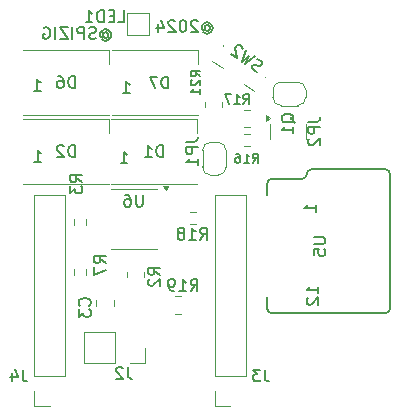
<source format=gbr>
%TF.GenerationSoftware,KiCad,Pcbnew,8.0.1*%
%TF.CreationDate,2024-04-01T21:43:51+02:00*%
%TF.ProjectId,SenseLoraCAM,53656e73-654c-46f7-9261-43414d2e6b69,rev?*%
%TF.SameCoordinates,Original*%
%TF.FileFunction,Legend,Bot*%
%TF.FilePolarity,Positive*%
%FSLAX46Y46*%
G04 Gerber Fmt 4.6, Leading zero omitted, Abs format (unit mm)*
G04 Created by KiCad (PCBNEW 8.0.1) date 2024-04-01 21:43:51*
%MOMM*%
%LPD*%
G01*
G04 APERTURE LIST*
%ADD10C,0.150000*%
%ADD11C,0.120000*%
G04 APERTURE END LIST*
D10*
X120044173Y-63393628D02*
X120091792Y-63346009D01*
X120091792Y-63346009D02*
X120187030Y-63298390D01*
X120187030Y-63298390D02*
X120282268Y-63298390D01*
X120282268Y-63298390D02*
X120377506Y-63346009D01*
X120377506Y-63346009D02*
X120425125Y-63393628D01*
X120425125Y-63393628D02*
X120472744Y-63488866D01*
X120472744Y-63488866D02*
X120472744Y-63584104D01*
X120472744Y-63584104D02*
X120425125Y-63679342D01*
X120425125Y-63679342D02*
X120377506Y-63726961D01*
X120377506Y-63726961D02*
X120282268Y-63774580D01*
X120282268Y-63774580D02*
X120187030Y-63774580D01*
X120187030Y-63774580D02*
X120091792Y-63726961D01*
X120091792Y-63726961D02*
X120044173Y-63679342D01*
X120044173Y-63298390D02*
X120044173Y-63679342D01*
X120044173Y-63679342D02*
X119996554Y-63726961D01*
X119996554Y-63726961D02*
X119948935Y-63726961D01*
X119948935Y-63726961D02*
X119853696Y-63679342D01*
X119853696Y-63679342D02*
X119806077Y-63584104D01*
X119806077Y-63584104D02*
X119806077Y-63346009D01*
X119806077Y-63346009D02*
X119901316Y-63203152D01*
X119901316Y-63203152D02*
X120044173Y-63107914D01*
X120044173Y-63107914D02*
X120234649Y-63060295D01*
X120234649Y-63060295D02*
X120425125Y-63107914D01*
X120425125Y-63107914D02*
X120567982Y-63203152D01*
X120567982Y-63203152D02*
X120663220Y-63346009D01*
X120663220Y-63346009D02*
X120710839Y-63536485D01*
X120710839Y-63536485D02*
X120663220Y-63726961D01*
X120663220Y-63726961D02*
X120567982Y-63869819D01*
X120567982Y-63869819D02*
X120425125Y-63965057D01*
X120425125Y-63965057D02*
X120234649Y-64012676D01*
X120234649Y-64012676D02*
X120044173Y-63965057D01*
X120044173Y-63965057D02*
X119901316Y-63869819D01*
X119425125Y-62965057D02*
X119377506Y-62917438D01*
X119377506Y-62917438D02*
X119282268Y-62869819D01*
X119282268Y-62869819D02*
X119044173Y-62869819D01*
X119044173Y-62869819D02*
X118948935Y-62917438D01*
X118948935Y-62917438D02*
X118901316Y-62965057D01*
X118901316Y-62965057D02*
X118853697Y-63060295D01*
X118853697Y-63060295D02*
X118853697Y-63155533D01*
X118853697Y-63155533D02*
X118901316Y-63298390D01*
X118901316Y-63298390D02*
X119472744Y-63869819D01*
X119472744Y-63869819D02*
X118853697Y-63869819D01*
X118234649Y-62869819D02*
X118139411Y-62869819D01*
X118139411Y-62869819D02*
X118044173Y-62917438D01*
X118044173Y-62917438D02*
X117996554Y-62965057D01*
X117996554Y-62965057D02*
X117948935Y-63060295D01*
X117948935Y-63060295D02*
X117901316Y-63250771D01*
X117901316Y-63250771D02*
X117901316Y-63488866D01*
X117901316Y-63488866D02*
X117948935Y-63679342D01*
X117948935Y-63679342D02*
X117996554Y-63774580D01*
X117996554Y-63774580D02*
X118044173Y-63822200D01*
X118044173Y-63822200D02*
X118139411Y-63869819D01*
X118139411Y-63869819D02*
X118234649Y-63869819D01*
X118234649Y-63869819D02*
X118329887Y-63822200D01*
X118329887Y-63822200D02*
X118377506Y-63774580D01*
X118377506Y-63774580D02*
X118425125Y-63679342D01*
X118425125Y-63679342D02*
X118472744Y-63488866D01*
X118472744Y-63488866D02*
X118472744Y-63250771D01*
X118472744Y-63250771D02*
X118425125Y-63060295D01*
X118425125Y-63060295D02*
X118377506Y-62965057D01*
X118377506Y-62965057D02*
X118329887Y-62917438D01*
X118329887Y-62917438D02*
X118234649Y-62869819D01*
X117520363Y-62965057D02*
X117472744Y-62917438D01*
X117472744Y-62917438D02*
X117377506Y-62869819D01*
X117377506Y-62869819D02*
X117139411Y-62869819D01*
X117139411Y-62869819D02*
X117044173Y-62917438D01*
X117044173Y-62917438D02*
X116996554Y-62965057D01*
X116996554Y-62965057D02*
X116948935Y-63060295D01*
X116948935Y-63060295D02*
X116948935Y-63155533D01*
X116948935Y-63155533D02*
X116996554Y-63298390D01*
X116996554Y-63298390D02*
X117567982Y-63869819D01*
X117567982Y-63869819D02*
X116948935Y-63869819D01*
X116091792Y-63203152D02*
X116091792Y-63869819D01*
X116329887Y-62822200D02*
X116567982Y-63536485D01*
X116567982Y-63536485D02*
X115948935Y-63536485D01*
X111444173Y-63993628D02*
X111491792Y-63946009D01*
X111491792Y-63946009D02*
X111587030Y-63898390D01*
X111587030Y-63898390D02*
X111682268Y-63898390D01*
X111682268Y-63898390D02*
X111777506Y-63946009D01*
X111777506Y-63946009D02*
X111825125Y-63993628D01*
X111825125Y-63993628D02*
X111872744Y-64088866D01*
X111872744Y-64088866D02*
X111872744Y-64184104D01*
X111872744Y-64184104D02*
X111825125Y-64279342D01*
X111825125Y-64279342D02*
X111777506Y-64326961D01*
X111777506Y-64326961D02*
X111682268Y-64374580D01*
X111682268Y-64374580D02*
X111587030Y-64374580D01*
X111587030Y-64374580D02*
X111491792Y-64326961D01*
X111491792Y-64326961D02*
X111444173Y-64279342D01*
X111444173Y-63898390D02*
X111444173Y-64279342D01*
X111444173Y-64279342D02*
X111396554Y-64326961D01*
X111396554Y-64326961D02*
X111348935Y-64326961D01*
X111348935Y-64326961D02*
X111253696Y-64279342D01*
X111253696Y-64279342D02*
X111206077Y-64184104D01*
X111206077Y-64184104D02*
X111206077Y-63946009D01*
X111206077Y-63946009D02*
X111301316Y-63803152D01*
X111301316Y-63803152D02*
X111444173Y-63707914D01*
X111444173Y-63707914D02*
X111634649Y-63660295D01*
X111634649Y-63660295D02*
X111825125Y-63707914D01*
X111825125Y-63707914D02*
X111967982Y-63803152D01*
X111967982Y-63803152D02*
X112063220Y-63946009D01*
X112063220Y-63946009D02*
X112110839Y-64136485D01*
X112110839Y-64136485D02*
X112063220Y-64326961D01*
X112063220Y-64326961D02*
X111967982Y-64469819D01*
X111967982Y-64469819D02*
X111825125Y-64565057D01*
X111825125Y-64565057D02*
X111634649Y-64612676D01*
X111634649Y-64612676D02*
X111444173Y-64565057D01*
X111444173Y-64565057D02*
X111301316Y-64469819D01*
X110825125Y-64422200D02*
X110682268Y-64469819D01*
X110682268Y-64469819D02*
X110444173Y-64469819D01*
X110444173Y-64469819D02*
X110348935Y-64422200D01*
X110348935Y-64422200D02*
X110301316Y-64374580D01*
X110301316Y-64374580D02*
X110253697Y-64279342D01*
X110253697Y-64279342D02*
X110253697Y-64184104D01*
X110253697Y-64184104D02*
X110301316Y-64088866D01*
X110301316Y-64088866D02*
X110348935Y-64041247D01*
X110348935Y-64041247D02*
X110444173Y-63993628D01*
X110444173Y-63993628D02*
X110634649Y-63946009D01*
X110634649Y-63946009D02*
X110729887Y-63898390D01*
X110729887Y-63898390D02*
X110777506Y-63850771D01*
X110777506Y-63850771D02*
X110825125Y-63755533D01*
X110825125Y-63755533D02*
X110825125Y-63660295D01*
X110825125Y-63660295D02*
X110777506Y-63565057D01*
X110777506Y-63565057D02*
X110729887Y-63517438D01*
X110729887Y-63517438D02*
X110634649Y-63469819D01*
X110634649Y-63469819D02*
X110396554Y-63469819D01*
X110396554Y-63469819D02*
X110253697Y-63517438D01*
X109825125Y-64469819D02*
X109825125Y-63469819D01*
X109825125Y-63469819D02*
X109444173Y-63469819D01*
X109444173Y-63469819D02*
X109348935Y-63517438D01*
X109348935Y-63517438D02*
X109301316Y-63565057D01*
X109301316Y-63565057D02*
X109253697Y-63660295D01*
X109253697Y-63660295D02*
X109253697Y-63803152D01*
X109253697Y-63803152D02*
X109301316Y-63898390D01*
X109301316Y-63898390D02*
X109348935Y-63946009D01*
X109348935Y-63946009D02*
X109444173Y-63993628D01*
X109444173Y-63993628D02*
X109825125Y-63993628D01*
X108825125Y-64469819D02*
X108825125Y-63469819D01*
X108444173Y-63469819D02*
X107777507Y-63469819D01*
X107777507Y-63469819D02*
X108444173Y-64469819D01*
X108444173Y-64469819D02*
X107777507Y-64469819D01*
X107396554Y-64469819D02*
X107396554Y-63469819D01*
X106396555Y-63517438D02*
X106491793Y-63469819D01*
X106491793Y-63469819D02*
X106634650Y-63469819D01*
X106634650Y-63469819D02*
X106777507Y-63517438D01*
X106777507Y-63517438D02*
X106872745Y-63612676D01*
X106872745Y-63612676D02*
X106920364Y-63707914D01*
X106920364Y-63707914D02*
X106967983Y-63898390D01*
X106967983Y-63898390D02*
X106967983Y-64041247D01*
X106967983Y-64041247D02*
X106920364Y-64231723D01*
X106920364Y-64231723D02*
X106872745Y-64326961D01*
X106872745Y-64326961D02*
X106777507Y-64422200D01*
X106777507Y-64422200D02*
X106634650Y-64469819D01*
X106634650Y-64469819D02*
X106539412Y-64469819D01*
X106539412Y-64469819D02*
X106396555Y-64422200D01*
X106396555Y-64422200D02*
X106348936Y-64374580D01*
X106348936Y-64374580D02*
X106348936Y-64041247D01*
X106348936Y-64041247D02*
X106539412Y-64041247D01*
X125133333Y-92454819D02*
X125133333Y-93169104D01*
X125133333Y-93169104D02*
X125180952Y-93311961D01*
X125180952Y-93311961D02*
X125276190Y-93407200D01*
X125276190Y-93407200D02*
X125419047Y-93454819D01*
X125419047Y-93454819D02*
X125514285Y-93454819D01*
X124752380Y-92454819D02*
X124133333Y-92454819D01*
X124133333Y-92454819D02*
X124466666Y-92835771D01*
X124466666Y-92835771D02*
X124323809Y-92835771D01*
X124323809Y-92835771D02*
X124228571Y-92883390D01*
X124228571Y-92883390D02*
X124180952Y-92931009D01*
X124180952Y-92931009D02*
X124133333Y-93026247D01*
X124133333Y-93026247D02*
X124133333Y-93264342D01*
X124133333Y-93264342D02*
X124180952Y-93359580D01*
X124180952Y-93359580D02*
X124228571Y-93407200D01*
X124228571Y-93407200D02*
X124323809Y-93454819D01*
X124323809Y-93454819D02*
X124609523Y-93454819D01*
X124609523Y-93454819D02*
X124704761Y-93407200D01*
X124704761Y-93407200D02*
X124752380Y-93359580D01*
X110279580Y-87033333D02*
X110327200Y-86985714D01*
X110327200Y-86985714D02*
X110374819Y-86842857D01*
X110374819Y-86842857D02*
X110374819Y-86747619D01*
X110374819Y-86747619D02*
X110327200Y-86604762D01*
X110327200Y-86604762D02*
X110231961Y-86509524D01*
X110231961Y-86509524D02*
X110136723Y-86461905D01*
X110136723Y-86461905D02*
X109946247Y-86414286D01*
X109946247Y-86414286D02*
X109803390Y-86414286D01*
X109803390Y-86414286D02*
X109612914Y-86461905D01*
X109612914Y-86461905D02*
X109517676Y-86509524D01*
X109517676Y-86509524D02*
X109422438Y-86604762D01*
X109422438Y-86604762D02*
X109374819Y-86747619D01*
X109374819Y-86747619D02*
X109374819Y-86842857D01*
X109374819Y-86842857D02*
X109422438Y-86985714D01*
X109422438Y-86985714D02*
X109470057Y-87033333D01*
X109374819Y-87366667D02*
X109374819Y-87985714D01*
X109374819Y-87985714D02*
X109755771Y-87652381D01*
X109755771Y-87652381D02*
X109755771Y-87795238D01*
X109755771Y-87795238D02*
X109803390Y-87890476D01*
X109803390Y-87890476D02*
X109851009Y-87938095D01*
X109851009Y-87938095D02*
X109946247Y-87985714D01*
X109946247Y-87985714D02*
X110184342Y-87985714D01*
X110184342Y-87985714D02*
X110279580Y-87938095D01*
X110279580Y-87938095D02*
X110327200Y-87890476D01*
X110327200Y-87890476D02*
X110374819Y-87795238D01*
X110374819Y-87795238D02*
X110374819Y-87509524D01*
X110374819Y-87509524D02*
X110327200Y-87414286D01*
X110327200Y-87414286D02*
X110279580Y-87366667D01*
X119662295Y-67635714D02*
X119281342Y-67369047D01*
X119662295Y-67178571D02*
X118862295Y-67178571D01*
X118862295Y-67178571D02*
X118862295Y-67483333D01*
X118862295Y-67483333D02*
X118900390Y-67559523D01*
X118900390Y-67559523D02*
X118938485Y-67597618D01*
X118938485Y-67597618D02*
X119014676Y-67635714D01*
X119014676Y-67635714D02*
X119128961Y-67635714D01*
X119128961Y-67635714D02*
X119205152Y-67597618D01*
X119205152Y-67597618D02*
X119243247Y-67559523D01*
X119243247Y-67559523D02*
X119281342Y-67483333D01*
X119281342Y-67483333D02*
X119281342Y-67178571D01*
X118938485Y-67940475D02*
X118900390Y-67978571D01*
X118900390Y-67978571D02*
X118862295Y-68054761D01*
X118862295Y-68054761D02*
X118862295Y-68245237D01*
X118862295Y-68245237D02*
X118900390Y-68321428D01*
X118900390Y-68321428D02*
X118938485Y-68359523D01*
X118938485Y-68359523D02*
X119014676Y-68397618D01*
X119014676Y-68397618D02*
X119090866Y-68397618D01*
X119090866Y-68397618D02*
X119205152Y-68359523D01*
X119205152Y-68359523D02*
X119662295Y-67902380D01*
X119662295Y-67902380D02*
X119662295Y-68397618D01*
X119662295Y-69159523D02*
X119662295Y-68702380D01*
X119662295Y-68930952D02*
X118862295Y-68930952D01*
X118862295Y-68930952D02*
X118976580Y-68854761D01*
X118976580Y-68854761D02*
X119052771Y-68778571D01*
X119052771Y-68778571D02*
X119090866Y-68702380D01*
X109038094Y-68604819D02*
X109038094Y-67604819D01*
X109038094Y-67604819D02*
X108799999Y-67604819D01*
X108799999Y-67604819D02*
X108657142Y-67652438D01*
X108657142Y-67652438D02*
X108561904Y-67747676D01*
X108561904Y-67747676D02*
X108514285Y-67842914D01*
X108514285Y-67842914D02*
X108466666Y-68033390D01*
X108466666Y-68033390D02*
X108466666Y-68176247D01*
X108466666Y-68176247D02*
X108514285Y-68366723D01*
X108514285Y-68366723D02*
X108561904Y-68461961D01*
X108561904Y-68461961D02*
X108657142Y-68557200D01*
X108657142Y-68557200D02*
X108799999Y-68604819D01*
X108799999Y-68604819D02*
X109038094Y-68604819D01*
X107609523Y-67604819D02*
X107799999Y-67604819D01*
X107799999Y-67604819D02*
X107895237Y-67652438D01*
X107895237Y-67652438D02*
X107942856Y-67700057D01*
X107942856Y-67700057D02*
X108038094Y-67842914D01*
X108038094Y-67842914D02*
X108085713Y-68033390D01*
X108085713Y-68033390D02*
X108085713Y-68414342D01*
X108085713Y-68414342D02*
X108038094Y-68509580D01*
X108038094Y-68509580D02*
X107990475Y-68557200D01*
X107990475Y-68557200D02*
X107895237Y-68604819D01*
X107895237Y-68604819D02*
X107704761Y-68604819D01*
X107704761Y-68604819D02*
X107609523Y-68557200D01*
X107609523Y-68557200D02*
X107561904Y-68509580D01*
X107561904Y-68509580D02*
X107514285Y-68414342D01*
X107514285Y-68414342D02*
X107514285Y-68176247D01*
X107514285Y-68176247D02*
X107561904Y-68081009D01*
X107561904Y-68081009D02*
X107609523Y-68033390D01*
X107609523Y-68033390D02*
X107704761Y-67985771D01*
X107704761Y-67985771D02*
X107895237Y-67985771D01*
X107895237Y-67985771D02*
X107990475Y-68033390D01*
X107990475Y-68033390D02*
X108038094Y-68081009D01*
X108038094Y-68081009D02*
X108085713Y-68176247D01*
X105564285Y-68854819D02*
X106135713Y-68854819D01*
X105849999Y-68854819D02*
X105849999Y-67854819D01*
X105849999Y-67854819D02*
X105945237Y-67997676D01*
X105945237Y-67997676D02*
X106040475Y-68092914D01*
X106040475Y-68092914D02*
X106135713Y-68140533D01*
X118842857Y-85804819D02*
X119176190Y-85328628D01*
X119414285Y-85804819D02*
X119414285Y-84804819D01*
X119414285Y-84804819D02*
X119033333Y-84804819D01*
X119033333Y-84804819D02*
X118938095Y-84852438D01*
X118938095Y-84852438D02*
X118890476Y-84900057D01*
X118890476Y-84900057D02*
X118842857Y-84995295D01*
X118842857Y-84995295D02*
X118842857Y-85138152D01*
X118842857Y-85138152D02*
X118890476Y-85233390D01*
X118890476Y-85233390D02*
X118938095Y-85281009D01*
X118938095Y-85281009D02*
X119033333Y-85328628D01*
X119033333Y-85328628D02*
X119414285Y-85328628D01*
X117890476Y-85804819D02*
X118461904Y-85804819D01*
X118176190Y-85804819D02*
X118176190Y-84804819D01*
X118176190Y-84804819D02*
X118271428Y-84947676D01*
X118271428Y-84947676D02*
X118366666Y-85042914D01*
X118366666Y-85042914D02*
X118461904Y-85090533D01*
X117414285Y-85804819D02*
X117223809Y-85804819D01*
X117223809Y-85804819D02*
X117128571Y-85757200D01*
X117128571Y-85757200D02*
X117080952Y-85709580D01*
X117080952Y-85709580D02*
X116985714Y-85566723D01*
X116985714Y-85566723D02*
X116938095Y-85376247D01*
X116938095Y-85376247D02*
X116938095Y-84995295D01*
X116938095Y-84995295D02*
X116985714Y-84900057D01*
X116985714Y-84900057D02*
X117033333Y-84852438D01*
X117033333Y-84852438D02*
X117128571Y-84804819D01*
X117128571Y-84804819D02*
X117319047Y-84804819D01*
X117319047Y-84804819D02*
X117414285Y-84852438D01*
X117414285Y-84852438D02*
X117461904Y-84900057D01*
X117461904Y-84900057D02*
X117509523Y-84995295D01*
X117509523Y-84995295D02*
X117509523Y-85233390D01*
X117509523Y-85233390D02*
X117461904Y-85328628D01*
X117461904Y-85328628D02*
X117414285Y-85376247D01*
X117414285Y-85376247D02*
X117319047Y-85423866D01*
X117319047Y-85423866D02*
X117128571Y-85423866D01*
X117128571Y-85423866D02*
X117033333Y-85376247D01*
X117033333Y-85376247D02*
X116985714Y-85328628D01*
X116985714Y-85328628D02*
X116938095Y-85233390D01*
X129254819Y-81238095D02*
X130064342Y-81238095D01*
X130064342Y-81238095D02*
X130159580Y-81285714D01*
X130159580Y-81285714D02*
X130207200Y-81333333D01*
X130207200Y-81333333D02*
X130254819Y-81428571D01*
X130254819Y-81428571D02*
X130254819Y-81619047D01*
X130254819Y-81619047D02*
X130207200Y-81714285D01*
X130207200Y-81714285D02*
X130159580Y-81761904D01*
X130159580Y-81761904D02*
X130064342Y-81809523D01*
X130064342Y-81809523D02*
X129254819Y-81809523D01*
X129254819Y-82761904D02*
X129254819Y-82285714D01*
X129254819Y-82285714D02*
X129731009Y-82238095D01*
X129731009Y-82238095D02*
X129683390Y-82285714D01*
X129683390Y-82285714D02*
X129635771Y-82380952D01*
X129635771Y-82380952D02*
X129635771Y-82619047D01*
X129635771Y-82619047D02*
X129683390Y-82714285D01*
X129683390Y-82714285D02*
X129731009Y-82761904D01*
X129731009Y-82761904D02*
X129826247Y-82809523D01*
X129826247Y-82809523D02*
X130064342Y-82809523D01*
X130064342Y-82809523D02*
X130159580Y-82761904D01*
X130159580Y-82761904D02*
X130207200Y-82714285D01*
X130207200Y-82714285D02*
X130254819Y-82619047D01*
X130254819Y-82619047D02*
X130254819Y-82380952D01*
X130254819Y-82380952D02*
X130207200Y-82285714D01*
X130207200Y-82285714D02*
X130159580Y-82238095D01*
X129454819Y-79085714D02*
X129454819Y-78514286D01*
X129454819Y-78800000D02*
X128454819Y-78800000D01*
X128454819Y-78800000D02*
X128597676Y-78704762D01*
X128597676Y-78704762D02*
X128692914Y-78609524D01*
X128692914Y-78609524D02*
X128740533Y-78514286D01*
X129654819Y-86009523D02*
X129654819Y-85438095D01*
X129654819Y-85723809D02*
X128654819Y-85723809D01*
X128654819Y-85723809D02*
X128797676Y-85628571D01*
X128797676Y-85628571D02*
X128892914Y-85533333D01*
X128892914Y-85533333D02*
X128940533Y-85438095D01*
X128750057Y-86390476D02*
X128702438Y-86438095D01*
X128702438Y-86438095D02*
X128654819Y-86533333D01*
X128654819Y-86533333D02*
X128654819Y-86771428D01*
X128654819Y-86771428D02*
X128702438Y-86866666D01*
X128702438Y-86866666D02*
X128750057Y-86914285D01*
X128750057Y-86914285D02*
X128845295Y-86961904D01*
X128845295Y-86961904D02*
X128940533Y-86961904D01*
X128940533Y-86961904D02*
X129083390Y-86914285D01*
X129083390Y-86914285D02*
X129654819Y-86342857D01*
X129654819Y-86342857D02*
X129654819Y-86961904D01*
X118454819Y-73166666D02*
X119169104Y-73166666D01*
X119169104Y-73166666D02*
X119311961Y-73119047D01*
X119311961Y-73119047D02*
X119407200Y-73023809D01*
X119407200Y-73023809D02*
X119454819Y-72880952D01*
X119454819Y-72880952D02*
X119454819Y-72785714D01*
X119454819Y-73642857D02*
X118454819Y-73642857D01*
X118454819Y-73642857D02*
X118454819Y-74023809D01*
X118454819Y-74023809D02*
X118502438Y-74119047D01*
X118502438Y-74119047D02*
X118550057Y-74166666D01*
X118550057Y-74166666D02*
X118645295Y-74214285D01*
X118645295Y-74214285D02*
X118788152Y-74214285D01*
X118788152Y-74214285D02*
X118883390Y-74166666D01*
X118883390Y-74166666D02*
X118931009Y-74119047D01*
X118931009Y-74119047D02*
X118978628Y-74023809D01*
X118978628Y-74023809D02*
X118978628Y-73642857D01*
X119454819Y-75166666D02*
X119454819Y-74595238D01*
X119454819Y-74880952D02*
X118454819Y-74880952D01*
X118454819Y-74880952D02*
X118597676Y-74785714D01*
X118597676Y-74785714D02*
X118692914Y-74690476D01*
X118692914Y-74690476D02*
X118740533Y-74595238D01*
X124114285Y-74962295D02*
X124380952Y-74581342D01*
X124571428Y-74962295D02*
X124571428Y-74162295D01*
X124571428Y-74162295D02*
X124266666Y-74162295D01*
X124266666Y-74162295D02*
X124190476Y-74200390D01*
X124190476Y-74200390D02*
X124152381Y-74238485D01*
X124152381Y-74238485D02*
X124114285Y-74314676D01*
X124114285Y-74314676D02*
X124114285Y-74428961D01*
X124114285Y-74428961D02*
X124152381Y-74505152D01*
X124152381Y-74505152D02*
X124190476Y-74543247D01*
X124190476Y-74543247D02*
X124266666Y-74581342D01*
X124266666Y-74581342D02*
X124571428Y-74581342D01*
X123352381Y-74962295D02*
X123809524Y-74962295D01*
X123580952Y-74962295D02*
X123580952Y-74162295D01*
X123580952Y-74162295D02*
X123657143Y-74276580D01*
X123657143Y-74276580D02*
X123733333Y-74352771D01*
X123733333Y-74352771D02*
X123809524Y-74390866D01*
X122666666Y-74162295D02*
X122819047Y-74162295D01*
X122819047Y-74162295D02*
X122895238Y-74200390D01*
X122895238Y-74200390D02*
X122933333Y-74238485D01*
X122933333Y-74238485D02*
X123009523Y-74352771D01*
X123009523Y-74352771D02*
X123047619Y-74505152D01*
X123047619Y-74505152D02*
X123047619Y-74809914D01*
X123047619Y-74809914D02*
X123009523Y-74886104D01*
X123009523Y-74886104D02*
X122971428Y-74924200D01*
X122971428Y-74924200D02*
X122895238Y-74962295D01*
X122895238Y-74962295D02*
X122742857Y-74962295D01*
X122742857Y-74962295D02*
X122666666Y-74924200D01*
X122666666Y-74924200D02*
X122628571Y-74886104D01*
X122628571Y-74886104D02*
X122590476Y-74809914D01*
X122590476Y-74809914D02*
X122590476Y-74619438D01*
X122590476Y-74619438D02*
X122628571Y-74543247D01*
X122628571Y-74543247D02*
X122666666Y-74505152D01*
X122666666Y-74505152D02*
X122742857Y-74467057D01*
X122742857Y-74467057D02*
X122895238Y-74467057D01*
X122895238Y-74467057D02*
X122971428Y-74505152D01*
X122971428Y-74505152D02*
X123009523Y-74543247D01*
X123009523Y-74543247D02*
X123047619Y-74619438D01*
X109038094Y-74454819D02*
X109038094Y-73454819D01*
X109038094Y-73454819D02*
X108799999Y-73454819D01*
X108799999Y-73454819D02*
X108657142Y-73502438D01*
X108657142Y-73502438D02*
X108561904Y-73597676D01*
X108561904Y-73597676D02*
X108514285Y-73692914D01*
X108514285Y-73692914D02*
X108466666Y-73883390D01*
X108466666Y-73883390D02*
X108466666Y-74026247D01*
X108466666Y-74026247D02*
X108514285Y-74216723D01*
X108514285Y-74216723D02*
X108561904Y-74311961D01*
X108561904Y-74311961D02*
X108657142Y-74407200D01*
X108657142Y-74407200D02*
X108799999Y-74454819D01*
X108799999Y-74454819D02*
X109038094Y-74454819D01*
X108085713Y-73550057D02*
X108038094Y-73502438D01*
X108038094Y-73502438D02*
X107942856Y-73454819D01*
X107942856Y-73454819D02*
X107704761Y-73454819D01*
X107704761Y-73454819D02*
X107609523Y-73502438D01*
X107609523Y-73502438D02*
X107561904Y-73550057D01*
X107561904Y-73550057D02*
X107514285Y-73645295D01*
X107514285Y-73645295D02*
X107514285Y-73740533D01*
X107514285Y-73740533D02*
X107561904Y-73883390D01*
X107561904Y-73883390D02*
X108133332Y-74454819D01*
X108133332Y-74454819D02*
X107514285Y-74454819D01*
X105614285Y-74854819D02*
X106185713Y-74854819D01*
X105899999Y-74854819D02*
X105899999Y-73854819D01*
X105899999Y-73854819D02*
X105995237Y-73997676D01*
X105995237Y-73997676D02*
X106090475Y-74092914D01*
X106090475Y-74092914D02*
X106185713Y-74140533D01*
X113533333Y-92254819D02*
X113533333Y-92969104D01*
X113533333Y-92969104D02*
X113580952Y-93111961D01*
X113580952Y-93111961D02*
X113676190Y-93207200D01*
X113676190Y-93207200D02*
X113819047Y-93254819D01*
X113819047Y-93254819D02*
X113914285Y-93254819D01*
X113104761Y-92350057D02*
X113057142Y-92302438D01*
X113057142Y-92302438D02*
X112961904Y-92254819D01*
X112961904Y-92254819D02*
X112723809Y-92254819D01*
X112723809Y-92254819D02*
X112628571Y-92302438D01*
X112628571Y-92302438D02*
X112580952Y-92350057D01*
X112580952Y-92350057D02*
X112533333Y-92445295D01*
X112533333Y-92445295D02*
X112533333Y-92540533D01*
X112533333Y-92540533D02*
X112580952Y-92683390D01*
X112580952Y-92683390D02*
X113152380Y-93254819D01*
X113152380Y-93254819D02*
X112533333Y-93254819D01*
X128804819Y-71466666D02*
X129519104Y-71466666D01*
X129519104Y-71466666D02*
X129661961Y-71419047D01*
X129661961Y-71419047D02*
X129757200Y-71323809D01*
X129757200Y-71323809D02*
X129804819Y-71180952D01*
X129804819Y-71180952D02*
X129804819Y-71085714D01*
X129804819Y-71942857D02*
X128804819Y-71942857D01*
X128804819Y-71942857D02*
X128804819Y-72323809D01*
X128804819Y-72323809D02*
X128852438Y-72419047D01*
X128852438Y-72419047D02*
X128900057Y-72466666D01*
X128900057Y-72466666D02*
X128995295Y-72514285D01*
X128995295Y-72514285D02*
X129138152Y-72514285D01*
X129138152Y-72514285D02*
X129233390Y-72466666D01*
X129233390Y-72466666D02*
X129281009Y-72419047D01*
X129281009Y-72419047D02*
X129328628Y-72323809D01*
X129328628Y-72323809D02*
X129328628Y-71942857D01*
X128900057Y-72895238D02*
X128852438Y-72942857D01*
X128852438Y-72942857D02*
X128804819Y-73038095D01*
X128804819Y-73038095D02*
X128804819Y-73276190D01*
X128804819Y-73276190D02*
X128852438Y-73371428D01*
X128852438Y-73371428D02*
X128900057Y-73419047D01*
X128900057Y-73419047D02*
X128995295Y-73466666D01*
X128995295Y-73466666D02*
X129090533Y-73466666D01*
X129090533Y-73466666D02*
X129233390Y-73419047D01*
X129233390Y-73419047D02*
X129804819Y-72847619D01*
X129804819Y-72847619D02*
X129804819Y-73466666D01*
X127637557Y-71554761D02*
X127589938Y-71459523D01*
X127589938Y-71459523D02*
X127494700Y-71364285D01*
X127494700Y-71364285D02*
X127351842Y-71221428D01*
X127351842Y-71221428D02*
X127304223Y-71126190D01*
X127304223Y-71126190D02*
X127304223Y-71030952D01*
X127542319Y-71078571D02*
X127494700Y-70983333D01*
X127494700Y-70983333D02*
X127399461Y-70888095D01*
X127399461Y-70888095D02*
X127208985Y-70840476D01*
X127208985Y-70840476D02*
X126875652Y-70840476D01*
X126875652Y-70840476D02*
X126685176Y-70888095D01*
X126685176Y-70888095D02*
X126589938Y-70983333D01*
X126589938Y-70983333D02*
X126542319Y-71078571D01*
X126542319Y-71078571D02*
X126542319Y-71269047D01*
X126542319Y-71269047D02*
X126589938Y-71364285D01*
X126589938Y-71364285D02*
X126685176Y-71459523D01*
X126685176Y-71459523D02*
X126875652Y-71507142D01*
X126875652Y-71507142D02*
X127208985Y-71507142D01*
X127208985Y-71507142D02*
X127399461Y-71459523D01*
X127399461Y-71459523D02*
X127494700Y-71364285D01*
X127494700Y-71364285D02*
X127542319Y-71269047D01*
X127542319Y-71269047D02*
X127542319Y-71078571D01*
X127542319Y-72459523D02*
X127542319Y-71888095D01*
X127542319Y-72173809D02*
X126542319Y-72173809D01*
X126542319Y-72173809D02*
X126685176Y-72078571D01*
X126685176Y-72078571D02*
X126780414Y-71983333D01*
X126780414Y-71983333D02*
X126828033Y-71888095D01*
X112719047Y-63054819D02*
X113195237Y-63054819D01*
X113195237Y-63054819D02*
X113195237Y-62054819D01*
X112385713Y-62531009D02*
X112052380Y-62531009D01*
X111909523Y-63054819D02*
X112385713Y-63054819D01*
X112385713Y-63054819D02*
X112385713Y-62054819D01*
X112385713Y-62054819D02*
X111909523Y-62054819D01*
X111480951Y-63054819D02*
X111480951Y-62054819D01*
X111480951Y-62054819D02*
X111242856Y-62054819D01*
X111242856Y-62054819D02*
X111099999Y-62102438D01*
X111099999Y-62102438D02*
X111004761Y-62197676D01*
X111004761Y-62197676D02*
X110957142Y-62292914D01*
X110957142Y-62292914D02*
X110909523Y-62483390D01*
X110909523Y-62483390D02*
X110909523Y-62626247D01*
X110909523Y-62626247D02*
X110957142Y-62816723D01*
X110957142Y-62816723D02*
X111004761Y-62911961D01*
X111004761Y-62911961D02*
X111099999Y-63007200D01*
X111099999Y-63007200D02*
X111242856Y-63054819D01*
X111242856Y-63054819D02*
X111480951Y-63054819D01*
X109957142Y-63054819D02*
X110528570Y-63054819D01*
X110242856Y-63054819D02*
X110242856Y-62054819D01*
X110242856Y-62054819D02*
X110338094Y-62197676D01*
X110338094Y-62197676D02*
X110433332Y-62292914D01*
X110433332Y-62292914D02*
X110528570Y-62340533D01*
X124431480Y-67232008D02*
X124287917Y-67186563D01*
X124287917Y-67186563D02*
X124095294Y-67046614D01*
X124095294Y-67046614D02*
X124046234Y-66952110D01*
X124046234Y-66952110D02*
X124035699Y-66885595D01*
X124035699Y-66885595D02*
X124053154Y-66780556D01*
X124053154Y-66780556D02*
X124109134Y-66703507D01*
X124109134Y-66703507D02*
X124203638Y-66654448D01*
X124203638Y-66654448D02*
X124270152Y-66643913D01*
X124270152Y-66643913D02*
X124375191Y-66661368D01*
X124375191Y-66661368D02*
X124557280Y-66734802D01*
X124557280Y-66734802D02*
X124662319Y-66752257D01*
X124662319Y-66752257D02*
X124728833Y-66741722D01*
X124728833Y-66741722D02*
X124823337Y-66692663D01*
X124823337Y-66692663D02*
X124879317Y-66615614D01*
X124879317Y-66615614D02*
X124896772Y-66510575D01*
X124896772Y-66510575D02*
X124886237Y-66444060D01*
X124886237Y-66444060D02*
X124837177Y-66349556D01*
X124837177Y-66349556D02*
X124644554Y-66209607D01*
X124644554Y-66209607D02*
X124500991Y-66164163D01*
X124259308Y-65929709D02*
X123478900Y-66598778D01*
X123478900Y-66598778D02*
X123744648Y-65908949D01*
X123744648Y-65908949D02*
X123170703Y-66374859D01*
X123170703Y-66374859D02*
X123565865Y-65425894D01*
X123240213Y-65307014D02*
X123229678Y-65240500D01*
X123229678Y-65240500D02*
X123180619Y-65145996D01*
X123180619Y-65145996D02*
X122987996Y-65006047D01*
X122987996Y-65006047D02*
X122882957Y-64988592D01*
X122882957Y-64988592D02*
X122816442Y-64999127D01*
X122816442Y-64999127D02*
X122721938Y-65048186D01*
X122721938Y-65048186D02*
X122665959Y-65125236D01*
X122665959Y-65125236D02*
X122620514Y-65268799D01*
X122620514Y-65268799D02*
X122746932Y-66066972D01*
X122746932Y-66066972D02*
X122246112Y-65703105D01*
X116254819Y-84433333D02*
X115778628Y-84100000D01*
X116254819Y-83861905D02*
X115254819Y-83861905D01*
X115254819Y-83861905D02*
X115254819Y-84242857D01*
X115254819Y-84242857D02*
X115302438Y-84338095D01*
X115302438Y-84338095D02*
X115350057Y-84385714D01*
X115350057Y-84385714D02*
X115445295Y-84433333D01*
X115445295Y-84433333D02*
X115588152Y-84433333D01*
X115588152Y-84433333D02*
X115683390Y-84385714D01*
X115683390Y-84385714D02*
X115731009Y-84338095D01*
X115731009Y-84338095D02*
X115778628Y-84242857D01*
X115778628Y-84242857D02*
X115778628Y-83861905D01*
X115350057Y-84814286D02*
X115302438Y-84861905D01*
X115302438Y-84861905D02*
X115254819Y-84957143D01*
X115254819Y-84957143D02*
X115254819Y-85195238D01*
X115254819Y-85195238D02*
X115302438Y-85290476D01*
X115302438Y-85290476D02*
X115350057Y-85338095D01*
X115350057Y-85338095D02*
X115445295Y-85385714D01*
X115445295Y-85385714D02*
X115540533Y-85385714D01*
X115540533Y-85385714D02*
X115683390Y-85338095D01*
X115683390Y-85338095D02*
X116254819Y-84766667D01*
X116254819Y-84766667D02*
X116254819Y-85385714D01*
X116938094Y-68654819D02*
X116938094Y-67654819D01*
X116938094Y-67654819D02*
X116699999Y-67654819D01*
X116699999Y-67654819D02*
X116557142Y-67702438D01*
X116557142Y-67702438D02*
X116461904Y-67797676D01*
X116461904Y-67797676D02*
X116414285Y-67892914D01*
X116414285Y-67892914D02*
X116366666Y-68083390D01*
X116366666Y-68083390D02*
X116366666Y-68226247D01*
X116366666Y-68226247D02*
X116414285Y-68416723D01*
X116414285Y-68416723D02*
X116461904Y-68511961D01*
X116461904Y-68511961D02*
X116557142Y-68607200D01*
X116557142Y-68607200D02*
X116699999Y-68654819D01*
X116699999Y-68654819D02*
X116938094Y-68654819D01*
X116033332Y-67654819D02*
X115366666Y-67654819D01*
X115366666Y-67654819D02*
X115795237Y-68654819D01*
X113114285Y-69054819D02*
X113685713Y-69054819D01*
X113399999Y-69054819D02*
X113399999Y-68054819D01*
X113399999Y-68054819D02*
X113495237Y-68197676D01*
X113495237Y-68197676D02*
X113590475Y-68292914D01*
X113590475Y-68292914D02*
X113685713Y-68340533D01*
X123314285Y-69962295D02*
X123580952Y-69581342D01*
X123771428Y-69962295D02*
X123771428Y-69162295D01*
X123771428Y-69162295D02*
X123466666Y-69162295D01*
X123466666Y-69162295D02*
X123390476Y-69200390D01*
X123390476Y-69200390D02*
X123352381Y-69238485D01*
X123352381Y-69238485D02*
X123314285Y-69314676D01*
X123314285Y-69314676D02*
X123314285Y-69428961D01*
X123314285Y-69428961D02*
X123352381Y-69505152D01*
X123352381Y-69505152D02*
X123390476Y-69543247D01*
X123390476Y-69543247D02*
X123466666Y-69581342D01*
X123466666Y-69581342D02*
X123771428Y-69581342D01*
X122552381Y-69962295D02*
X123009524Y-69962295D01*
X122780952Y-69962295D02*
X122780952Y-69162295D01*
X122780952Y-69162295D02*
X122857143Y-69276580D01*
X122857143Y-69276580D02*
X122933333Y-69352771D01*
X122933333Y-69352771D02*
X123009524Y-69390866D01*
X122285714Y-69162295D02*
X121752380Y-69162295D01*
X121752380Y-69162295D02*
X122095238Y-69962295D01*
X116488094Y-74454819D02*
X116488094Y-73454819D01*
X116488094Y-73454819D02*
X116249999Y-73454819D01*
X116249999Y-73454819D02*
X116107142Y-73502438D01*
X116107142Y-73502438D02*
X116011904Y-73597676D01*
X116011904Y-73597676D02*
X115964285Y-73692914D01*
X115964285Y-73692914D02*
X115916666Y-73883390D01*
X115916666Y-73883390D02*
X115916666Y-74026247D01*
X115916666Y-74026247D02*
X115964285Y-74216723D01*
X115964285Y-74216723D02*
X116011904Y-74311961D01*
X116011904Y-74311961D02*
X116107142Y-74407200D01*
X116107142Y-74407200D02*
X116249999Y-74454819D01*
X116249999Y-74454819D02*
X116488094Y-74454819D01*
X114964285Y-74454819D02*
X115535713Y-74454819D01*
X115249999Y-74454819D02*
X115249999Y-73454819D01*
X115249999Y-73454819D02*
X115345237Y-73597676D01*
X115345237Y-73597676D02*
X115440475Y-73692914D01*
X115440475Y-73692914D02*
X115535713Y-73740533D01*
X112914285Y-75004819D02*
X113485713Y-75004819D01*
X113199999Y-75004819D02*
X113199999Y-74004819D01*
X113199999Y-74004819D02*
X113295237Y-74147676D01*
X113295237Y-74147676D02*
X113390475Y-74242914D01*
X113390475Y-74242914D02*
X113485713Y-74290533D01*
X104633333Y-92454819D02*
X104633333Y-93169104D01*
X104633333Y-93169104D02*
X104680952Y-93311961D01*
X104680952Y-93311961D02*
X104776190Y-93407200D01*
X104776190Y-93407200D02*
X104919047Y-93454819D01*
X104919047Y-93454819D02*
X105014285Y-93454819D01*
X103728571Y-92788152D02*
X103728571Y-93454819D01*
X103966666Y-92407200D02*
X104204761Y-93121485D01*
X104204761Y-93121485D02*
X103585714Y-93121485D01*
X109654819Y-76583333D02*
X109178628Y-76250000D01*
X109654819Y-76011905D02*
X108654819Y-76011905D01*
X108654819Y-76011905D02*
X108654819Y-76392857D01*
X108654819Y-76392857D02*
X108702438Y-76488095D01*
X108702438Y-76488095D02*
X108750057Y-76535714D01*
X108750057Y-76535714D02*
X108845295Y-76583333D01*
X108845295Y-76583333D02*
X108988152Y-76583333D01*
X108988152Y-76583333D02*
X109083390Y-76535714D01*
X109083390Y-76535714D02*
X109131009Y-76488095D01*
X109131009Y-76488095D02*
X109178628Y-76392857D01*
X109178628Y-76392857D02*
X109178628Y-76011905D01*
X108654819Y-76916667D02*
X108654819Y-77535714D01*
X108654819Y-77535714D02*
X109035771Y-77202381D01*
X109035771Y-77202381D02*
X109035771Y-77345238D01*
X109035771Y-77345238D02*
X109083390Y-77440476D01*
X109083390Y-77440476D02*
X109131009Y-77488095D01*
X109131009Y-77488095D02*
X109226247Y-77535714D01*
X109226247Y-77535714D02*
X109464342Y-77535714D01*
X109464342Y-77535714D02*
X109559580Y-77488095D01*
X109559580Y-77488095D02*
X109607200Y-77440476D01*
X109607200Y-77440476D02*
X109654819Y-77345238D01*
X109654819Y-77345238D02*
X109654819Y-77059524D01*
X109654819Y-77059524D02*
X109607200Y-76964286D01*
X109607200Y-76964286D02*
X109559580Y-76916667D01*
X111654819Y-83433333D02*
X111178628Y-83100000D01*
X111654819Y-82861905D02*
X110654819Y-82861905D01*
X110654819Y-82861905D02*
X110654819Y-83242857D01*
X110654819Y-83242857D02*
X110702438Y-83338095D01*
X110702438Y-83338095D02*
X110750057Y-83385714D01*
X110750057Y-83385714D02*
X110845295Y-83433333D01*
X110845295Y-83433333D02*
X110988152Y-83433333D01*
X110988152Y-83433333D02*
X111083390Y-83385714D01*
X111083390Y-83385714D02*
X111131009Y-83338095D01*
X111131009Y-83338095D02*
X111178628Y-83242857D01*
X111178628Y-83242857D02*
X111178628Y-82861905D01*
X110654819Y-83766667D02*
X110654819Y-84433333D01*
X110654819Y-84433333D02*
X111654819Y-84004762D01*
X119642857Y-81454819D02*
X119976190Y-80978628D01*
X120214285Y-81454819D02*
X120214285Y-80454819D01*
X120214285Y-80454819D02*
X119833333Y-80454819D01*
X119833333Y-80454819D02*
X119738095Y-80502438D01*
X119738095Y-80502438D02*
X119690476Y-80550057D01*
X119690476Y-80550057D02*
X119642857Y-80645295D01*
X119642857Y-80645295D02*
X119642857Y-80788152D01*
X119642857Y-80788152D02*
X119690476Y-80883390D01*
X119690476Y-80883390D02*
X119738095Y-80931009D01*
X119738095Y-80931009D02*
X119833333Y-80978628D01*
X119833333Y-80978628D02*
X120214285Y-80978628D01*
X118690476Y-81454819D02*
X119261904Y-81454819D01*
X118976190Y-81454819D02*
X118976190Y-80454819D01*
X118976190Y-80454819D02*
X119071428Y-80597676D01*
X119071428Y-80597676D02*
X119166666Y-80692914D01*
X119166666Y-80692914D02*
X119261904Y-80740533D01*
X118119047Y-80883390D02*
X118214285Y-80835771D01*
X118214285Y-80835771D02*
X118261904Y-80788152D01*
X118261904Y-80788152D02*
X118309523Y-80692914D01*
X118309523Y-80692914D02*
X118309523Y-80645295D01*
X118309523Y-80645295D02*
X118261904Y-80550057D01*
X118261904Y-80550057D02*
X118214285Y-80502438D01*
X118214285Y-80502438D02*
X118119047Y-80454819D01*
X118119047Y-80454819D02*
X117928571Y-80454819D01*
X117928571Y-80454819D02*
X117833333Y-80502438D01*
X117833333Y-80502438D02*
X117785714Y-80550057D01*
X117785714Y-80550057D02*
X117738095Y-80645295D01*
X117738095Y-80645295D02*
X117738095Y-80692914D01*
X117738095Y-80692914D02*
X117785714Y-80788152D01*
X117785714Y-80788152D02*
X117833333Y-80835771D01*
X117833333Y-80835771D02*
X117928571Y-80883390D01*
X117928571Y-80883390D02*
X118119047Y-80883390D01*
X118119047Y-80883390D02*
X118214285Y-80931009D01*
X118214285Y-80931009D02*
X118261904Y-80978628D01*
X118261904Y-80978628D02*
X118309523Y-81073866D01*
X118309523Y-81073866D02*
X118309523Y-81264342D01*
X118309523Y-81264342D02*
X118261904Y-81359580D01*
X118261904Y-81359580D02*
X118214285Y-81407200D01*
X118214285Y-81407200D02*
X118119047Y-81454819D01*
X118119047Y-81454819D02*
X117928571Y-81454819D01*
X117928571Y-81454819D02*
X117833333Y-81407200D01*
X117833333Y-81407200D02*
X117785714Y-81359580D01*
X117785714Y-81359580D02*
X117738095Y-81264342D01*
X117738095Y-81264342D02*
X117738095Y-81073866D01*
X117738095Y-81073866D02*
X117785714Y-80978628D01*
X117785714Y-80978628D02*
X117833333Y-80931009D01*
X117833333Y-80931009D02*
X117928571Y-80883390D01*
X114786904Y-77654819D02*
X114786904Y-78464342D01*
X114786904Y-78464342D02*
X114739285Y-78559580D01*
X114739285Y-78559580D02*
X114691666Y-78607200D01*
X114691666Y-78607200D02*
X114596428Y-78654819D01*
X114596428Y-78654819D02*
X114405952Y-78654819D01*
X114405952Y-78654819D02*
X114310714Y-78607200D01*
X114310714Y-78607200D02*
X114263095Y-78559580D01*
X114263095Y-78559580D02*
X114215476Y-78464342D01*
X114215476Y-78464342D02*
X114215476Y-77654819D01*
X113310714Y-77654819D02*
X113501190Y-77654819D01*
X113501190Y-77654819D02*
X113596428Y-77702438D01*
X113596428Y-77702438D02*
X113644047Y-77750057D01*
X113644047Y-77750057D02*
X113739285Y-77892914D01*
X113739285Y-77892914D02*
X113786904Y-78083390D01*
X113786904Y-78083390D02*
X113786904Y-78464342D01*
X113786904Y-78464342D02*
X113739285Y-78559580D01*
X113739285Y-78559580D02*
X113691666Y-78607200D01*
X113691666Y-78607200D02*
X113596428Y-78654819D01*
X113596428Y-78654819D02*
X113405952Y-78654819D01*
X113405952Y-78654819D02*
X113310714Y-78607200D01*
X113310714Y-78607200D02*
X113263095Y-78559580D01*
X113263095Y-78559580D02*
X113215476Y-78464342D01*
X113215476Y-78464342D02*
X113215476Y-78226247D01*
X113215476Y-78226247D02*
X113263095Y-78131009D01*
X113263095Y-78131009D02*
X113310714Y-78083390D01*
X113310714Y-78083390D02*
X113405952Y-78035771D01*
X113405952Y-78035771D02*
X113596428Y-78035771D01*
X113596428Y-78035771D02*
X113691666Y-78083390D01*
X113691666Y-78083390D02*
X113739285Y-78131009D01*
X113739285Y-78131009D02*
X113786904Y-78226247D01*
D11*
%TO.C,J3*%
X120870000Y-77670000D02*
X120870000Y-92970000D01*
X120870000Y-95570000D02*
X120870000Y-94240000D01*
X122200000Y-95570000D02*
X120870000Y-95570000D01*
X123530000Y-77670000D02*
X120870000Y-77670000D01*
X123530000Y-77670000D02*
X123530000Y-92970000D01*
X123530000Y-92970000D02*
X120870000Y-92970000D01*
%TO.C,C3*%
X110865000Y-87061252D02*
X110865000Y-86538748D01*
X112335000Y-87061252D02*
X112335000Y-86538748D01*
%TO.C,R21*%
X120065000Y-69772936D02*
X120065000Y-70227064D01*
X121535000Y-69772936D02*
X121535000Y-70227064D01*
%TO.C,D6*%
X111950000Y-65400000D02*
X104650000Y-65400000D01*
X111950000Y-66550000D02*
X111950000Y-65400000D01*
X111950000Y-70900000D02*
X104650000Y-70900000D01*
%TO.C,R19*%
X117547936Y-86265000D02*
X118002064Y-86265000D01*
X117547936Y-87735000D02*
X118002064Y-87735000D01*
D10*
%TO.C,U5*%
X125325000Y-76700000D02*
X125325000Y-77700000D01*
X125325000Y-86300000D02*
X125325000Y-87300000D01*
X125675000Y-76300000D02*
X128275000Y-76300000D01*
X125725000Y-87700000D02*
X135325000Y-87700000D01*
X129075000Y-75500000D02*
X135325000Y-75500000D01*
X135725000Y-87300000D02*
X135725000Y-75900000D01*
X125325000Y-76700000D02*
G75*
G02*
X125725000Y-76300000I400000J0D01*
G01*
X125725000Y-87700000D02*
G75*
G02*
X125325000Y-87300000I-1J399999D01*
G01*
X128675000Y-75900000D02*
G75*
G02*
X128275000Y-76300000I-400000J0D01*
G01*
X128675000Y-75900000D02*
G75*
G02*
X129075000Y-75500000I400000J0D01*
G01*
X135325000Y-75500000D02*
G75*
G02*
X135725000Y-75900000I0J-400000D01*
G01*
X135725000Y-87300000D02*
G75*
G02*
X135325000Y-87700000I-399999J-1D01*
G01*
D11*
%TO.C,JP1*%
X119850000Y-75300000D02*
X119850000Y-73900000D01*
X120550000Y-73200000D02*
X121150000Y-73200000D01*
X121150000Y-76000000D02*
X120550000Y-76000000D01*
X121850000Y-73900000D02*
X121850000Y-75300000D01*
X119850000Y-73900000D02*
G75*
G02*
X120550000Y-73200000I699999J1D01*
G01*
X120550000Y-76000000D02*
G75*
G02*
X119850000Y-75300000I0J700000D01*
G01*
X121150000Y-73200000D02*
G75*
G02*
X121850000Y-73900000I1J-699999D01*
G01*
X121850000Y-75300000D02*
G75*
G02*
X121150000Y-76000000I-700000J0D01*
G01*
%TO.C,R16*%
X123362742Y-72477500D02*
X123837258Y-72477500D01*
X123362742Y-73522500D02*
X123837258Y-73522500D01*
%TO.C,D2*%
X111950000Y-71250000D02*
X104650000Y-71250000D01*
X111950000Y-72400000D02*
X111950000Y-71250000D01*
X111950000Y-76750000D02*
X104650000Y-76750000D01*
%TO.C,J2*%
X109805000Y-89270000D02*
X109805000Y-91930000D01*
X109805000Y-89270000D02*
X112405000Y-89270000D01*
X109805000Y-91930000D02*
X112405000Y-91930000D01*
X112405000Y-89270000D02*
X112405000Y-91930000D01*
X115005000Y-90600000D02*
X115005000Y-91930000D01*
X115005000Y-91930000D02*
X113675000Y-91930000D01*
%TO.C,JP2*%
X125800000Y-69400000D02*
X125800000Y-68800000D01*
X126500000Y-68100000D02*
X127900000Y-68100000D01*
X127900000Y-70100000D02*
X126500000Y-70100000D01*
X128600000Y-68800000D02*
X128600000Y-69400000D01*
X125800000Y-68800000D02*
G75*
G02*
X126500000Y-68100000I699999J1D01*
G01*
X126500000Y-70100000D02*
G75*
G02*
X125800000Y-69400000I-1J699999D01*
G01*
X127900000Y-68100000D02*
G75*
G02*
X128600000Y-68800000I0J-700000D01*
G01*
X128600000Y-69400000D02*
G75*
G02*
X127900000Y-70100000I-700000J0D01*
G01*
%TO.C,Q1*%
X125527500Y-71662500D02*
X125527500Y-72312500D01*
X125527500Y-72962500D02*
X125527500Y-72312500D01*
X128647500Y-71662500D02*
X128647500Y-72312500D01*
X128647500Y-72962500D02*
X128647500Y-72312500D01*
X125577500Y-71150000D02*
X125247500Y-71390000D01*
X125247500Y-70910000D01*
X125577500Y-71150000D01*
G36*
X125577500Y-71150000D02*
G01*
X125247500Y-71390000D01*
X125247500Y-70910000D01*
X125577500Y-71150000D01*
G37*
%TO.C,LED1*%
X113450000Y-62250000D02*
X115350000Y-62250000D01*
X113450000Y-64150000D02*
X113450000Y-62250000D01*
X115350000Y-62250000D02*
X115350000Y-64150000D01*
X115350000Y-64150000D02*
X113450000Y-64150000D01*
%TO.C,SW2*%
X121560398Y-66941805D02*
X120670479Y-66295241D01*
X121610936Y-65000814D02*
X121563912Y-65065536D01*
X124246335Y-68893252D02*
X123356416Y-68246690D01*
X125186792Y-67598824D02*
X125139768Y-67663546D01*
%TO.C,R2*%
X113465000Y-84172936D02*
X113465000Y-84627064D01*
X114935000Y-84172936D02*
X114935000Y-84627064D01*
%TO.C,D7*%
X119500000Y-65400000D02*
X112200000Y-65400000D01*
X119500000Y-66550000D02*
X119500000Y-65400000D01*
X119500000Y-70900000D02*
X112200000Y-70900000D01*
%TO.C,R17*%
X123852064Y-70465000D02*
X123397936Y-70465000D01*
X123852064Y-71935000D02*
X123397936Y-71935000D01*
%TO.C,D1*%
X119400000Y-71250000D02*
X112100000Y-71250000D01*
X119400000Y-72400000D02*
X119400000Y-71250000D01*
X119400000Y-76750000D02*
X112100000Y-76750000D01*
%TO.C,J4*%
X105570000Y-77670000D02*
X105570000Y-92970000D01*
X105570000Y-95570000D02*
X105570000Y-94240000D01*
X106900000Y-95570000D02*
X105570000Y-95570000D01*
X108230000Y-77670000D02*
X105570000Y-77670000D01*
X108230000Y-77670000D02*
X108230000Y-92970000D01*
X108230000Y-92970000D02*
X105570000Y-92970000D01*
%TO.C,R3*%
X108977500Y-79745276D02*
X108977500Y-80254724D01*
X110022500Y-79745276D02*
X110022500Y-80254724D01*
%TO.C,R7*%
X108977500Y-84454724D02*
X108977500Y-83945276D01*
X110022500Y-84454724D02*
X110022500Y-83945276D01*
%TO.C,R18*%
X119262258Y-79077500D02*
X118787742Y-79077500D01*
X119262258Y-80122500D02*
X118787742Y-80122500D01*
%TO.C,U6*%
X112075000Y-77135000D02*
X114025000Y-77135000D01*
X112075000Y-82255000D02*
X114025000Y-82255000D01*
X115975000Y-77135000D02*
X114025000Y-77135000D01*
X115975000Y-82255000D02*
X114025000Y-82255000D01*
X116725000Y-77230000D02*
X116485000Y-76900000D01*
X116965000Y-76900000D01*
X116725000Y-77230000D01*
G36*
X116725000Y-77230000D02*
G01*
X116485000Y-76900000D01*
X116965000Y-76900000D01*
X116725000Y-77230000D01*
G37*
%TD*%
M02*

</source>
